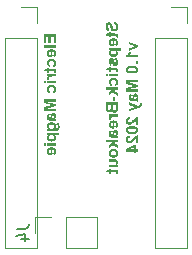
<source format=gbr>
%TF.GenerationSoftware,KiCad,Pcbnew,8.0.1*%
%TF.CreationDate,2024-05-19T22:49:14-04:00*%
%TF.ProjectId,stepstick-breakout,73746570-7374-4696-936b-2d627265616b,rev?*%
%TF.SameCoordinates,Original*%
%TF.FileFunction,Legend,Bot*%
%TF.FilePolarity,Positive*%
%FSLAX46Y46*%
G04 Gerber Fmt 4.6, Leading zero omitted, Abs format (unit mm)*
G04 Created by KiCad (PCBNEW 8.0.1) date 2024-05-19 22:49:14*
%MOMM*%
%LPD*%
G01*
G04 APERTURE LIST*
%ADD10C,0.254000*%
%ADD11C,0.150000*%
%ADD12C,0.120000*%
G04 APERTURE END LIST*
D10*
G36*
X105831640Y-60674343D02*
G01*
X104799332Y-60674343D01*
X104799332Y-61432939D01*
X104974031Y-61432939D01*
X104974031Y-60881052D01*
X105196374Y-60881052D01*
X105196374Y-61394724D01*
X105371072Y-61394724D01*
X105371072Y-60881052D01*
X105656941Y-60881052D01*
X105656941Y-61452543D01*
X105831640Y-61452543D01*
X105831640Y-60674343D01*
G37*
G36*
X105831640Y-61620790D02*
G01*
X104799332Y-61620790D01*
X104799332Y-61817077D01*
X105831640Y-61817077D01*
X105831640Y-61620790D01*
G37*
G36*
X105520329Y-61961344D02*
G01*
X105572795Y-61969065D01*
X105621528Y-61981933D01*
X105673663Y-62003451D01*
X105720716Y-62031975D01*
X105757247Y-62063438D01*
X105792911Y-62107686D01*
X105819659Y-62159018D01*
X105835138Y-62207207D01*
X105844425Y-62260314D01*
X105847521Y-62318341D01*
X105845004Y-62369796D01*
X105835962Y-62423804D01*
X105820344Y-62472694D01*
X105794913Y-62521577D01*
X105773400Y-62550564D01*
X105734783Y-62588287D01*
X105688550Y-62619100D01*
X105641060Y-62640689D01*
X105609296Y-62445146D01*
X105643018Y-62430885D01*
X105682005Y-62397501D01*
X105696625Y-62369681D01*
X105704586Y-62320326D01*
X105702824Y-62295707D01*
X105686915Y-62247753D01*
X105654460Y-62207170D01*
X105615248Y-62181081D01*
X105566535Y-62165255D01*
X105514007Y-62159773D01*
X105514007Y-62651111D01*
X105500007Y-62651277D01*
X105446280Y-62649988D01*
X105384236Y-62643982D01*
X105327875Y-62633093D01*
X105277197Y-62617320D01*
X105223884Y-62591948D01*
X105178755Y-62559544D01*
X105159198Y-62541018D01*
X105125854Y-62500288D01*
X105100206Y-62454655D01*
X105082252Y-62404120D01*
X105071992Y-62348681D01*
X105069944Y-62310400D01*
X105212255Y-62310400D01*
X105212648Y-62321501D01*
X105226388Y-62372228D01*
X105256922Y-62412390D01*
X105288707Y-62434700D01*
X105337469Y-62451171D01*
X105386953Y-62456313D01*
X105386953Y-62163247D01*
X105353272Y-62164964D01*
X105302993Y-62177410D01*
X105259156Y-62204440D01*
X105248163Y-62215270D01*
X105221232Y-62258608D01*
X105212255Y-62310400D01*
X105069944Y-62310400D01*
X105069320Y-62298737D01*
X105069730Y-62280512D01*
X105075881Y-62228232D01*
X105089412Y-62179546D01*
X105110323Y-62134454D01*
X105138616Y-62092956D01*
X105174288Y-62055053D01*
X105201724Y-62032487D01*
X105247590Y-62004279D01*
X105299108Y-61982841D01*
X105356280Y-61968173D01*
X105408241Y-61961121D01*
X105464128Y-61958771D01*
X105520329Y-61961344D01*
G37*
G36*
X105291664Y-63453383D02*
G01*
X105323427Y-63260073D01*
X105274975Y-63244130D01*
X105240296Y-63215654D01*
X105217623Y-63170333D01*
X105212255Y-63126072D01*
X105219863Y-63075321D01*
X105245273Y-63029714D01*
X105266352Y-63009193D01*
X105312135Y-62984327D01*
X105362375Y-62971660D01*
X105416689Y-62966201D01*
X105447254Y-62965518D01*
X105497205Y-62967071D01*
X105548138Y-62972808D01*
X105596663Y-62984541D01*
X105642794Y-63006972D01*
X105646519Y-63009689D01*
X105681904Y-63047261D01*
X105700957Y-63093347D01*
X105704586Y-63128802D01*
X105696583Y-63179548D01*
X105672575Y-63220121D01*
X105632135Y-63248987D01*
X105585101Y-63265405D01*
X105561652Y-63270496D01*
X105593415Y-63463061D01*
X105645513Y-63447288D01*
X105691721Y-63426243D01*
X105737319Y-63395736D01*
X105775224Y-63358343D01*
X105783498Y-63347919D01*
X105811508Y-63301732D01*
X105829452Y-63255364D01*
X105841269Y-63203439D01*
X105846958Y-63145956D01*
X105847521Y-63119620D01*
X105843901Y-63060980D01*
X105833039Y-63006963D01*
X105814937Y-62957571D01*
X105789593Y-62912802D01*
X105757009Y-62872657D01*
X105744539Y-62860302D01*
X105703053Y-62827497D01*
X105656019Y-62801479D01*
X105603436Y-62782248D01*
X105545305Y-62769805D01*
X105492623Y-62764620D01*
X105459165Y-62763772D01*
X105403541Y-62766141D01*
X105351903Y-62773247D01*
X105295200Y-62788029D01*
X105244237Y-62809632D01*
X105199014Y-62838058D01*
X105172055Y-62860799D01*
X105137141Y-62899592D01*
X105109451Y-62943200D01*
X105088984Y-62991625D01*
X105075741Y-63044865D01*
X105069722Y-63102920D01*
X105069320Y-63123342D01*
X105071957Y-63179863D01*
X105079865Y-63231087D01*
X105095359Y-63283145D01*
X105117739Y-63328285D01*
X105124410Y-63338489D01*
X105159812Y-63379882D01*
X105198927Y-63410711D01*
X105245238Y-63435926D01*
X105291664Y-63453383D01*
G37*
G36*
X105085202Y-63938021D02*
G01*
X105228137Y-63938021D01*
X105228137Y-63804020D01*
X105552222Y-63804020D01*
X105605773Y-63804383D01*
X105656020Y-63806292D01*
X105667116Y-63807742D01*
X105694164Y-63825361D01*
X105704586Y-63858365D01*
X105695672Y-63907392D01*
X105685727Y-63937277D01*
X105821713Y-63954151D01*
X105836407Y-63904953D01*
X105845001Y-63851533D01*
X105847521Y-63799305D01*
X105842930Y-63748806D01*
X105829158Y-63703519D01*
X105802036Y-63659200D01*
X105781761Y-63640985D01*
X105734784Y-63620165D01*
X105703097Y-63613440D01*
X105649931Y-63608787D01*
X105598493Y-63607454D01*
X105560907Y-63607236D01*
X105228137Y-63607236D01*
X105228137Y-63517157D01*
X105085202Y-63517157D01*
X105085202Y-63607236D01*
X104942267Y-63607236D01*
X104831096Y-63804020D01*
X105085202Y-63804020D01*
X105085202Y-63938021D01*
G37*
G36*
X105831640Y-64259376D02*
G01*
X105831640Y-64063337D01*
X105085202Y-64063337D01*
X105085202Y-64245480D01*
X105190666Y-64245480D01*
X105148999Y-64273717D01*
X105109831Y-64307671D01*
X105092647Y-64329355D01*
X105073170Y-64377438D01*
X105069320Y-64414471D01*
X105074974Y-64464023D01*
X105091933Y-64512180D01*
X105109521Y-64543509D01*
X105292160Y-64482712D01*
X105269005Y-64437765D01*
X105259900Y-64390648D01*
X105269518Y-64341926D01*
X105282234Y-64320670D01*
X105324206Y-64289748D01*
X105362883Y-64275754D01*
X105417905Y-64266430D01*
X105468644Y-64262511D01*
X105521870Y-64260400D01*
X105573088Y-64259520D01*
X105606815Y-64259376D01*
X105831640Y-64259376D01*
G37*
G36*
X104974031Y-64624406D02*
G01*
X104799332Y-64624406D01*
X104799332Y-64820693D01*
X104974031Y-64820693D01*
X104974031Y-64624406D01*
G37*
G36*
X105831640Y-64624406D02*
G01*
X105085202Y-64624406D01*
X105085202Y-64820693D01*
X105831640Y-64820693D01*
X105831640Y-64624406D01*
G37*
G36*
X105291664Y-65665895D02*
G01*
X105323427Y-65472585D01*
X105274975Y-65456642D01*
X105240296Y-65428166D01*
X105217623Y-65382845D01*
X105212255Y-65338584D01*
X105219863Y-65287833D01*
X105245273Y-65242225D01*
X105266352Y-65221705D01*
X105312135Y-65196839D01*
X105362375Y-65184172D01*
X105416689Y-65178713D01*
X105447254Y-65178030D01*
X105497205Y-65179583D01*
X105548138Y-65185320D01*
X105596663Y-65197053D01*
X105642794Y-65219484D01*
X105646519Y-65222201D01*
X105681904Y-65259773D01*
X105700957Y-65305859D01*
X105704586Y-65341313D01*
X105696583Y-65392060D01*
X105672575Y-65432633D01*
X105632135Y-65461499D01*
X105585101Y-65477917D01*
X105561652Y-65483008D01*
X105593415Y-65675573D01*
X105645513Y-65659800D01*
X105691721Y-65638755D01*
X105737319Y-65608248D01*
X105775224Y-65570855D01*
X105783498Y-65560431D01*
X105811508Y-65514244D01*
X105829452Y-65467876D01*
X105841269Y-65415951D01*
X105846958Y-65358468D01*
X105847521Y-65332132D01*
X105843901Y-65273492D01*
X105833039Y-65219475D01*
X105814937Y-65170083D01*
X105789593Y-65125314D01*
X105757009Y-65085169D01*
X105744539Y-65072814D01*
X105703053Y-65040009D01*
X105656019Y-65013991D01*
X105603436Y-64994760D01*
X105545305Y-64982317D01*
X105492623Y-64977132D01*
X105459165Y-64976284D01*
X105403541Y-64978653D01*
X105351903Y-64985759D01*
X105295200Y-65000540D01*
X105244237Y-65022144D01*
X105199014Y-65050570D01*
X105172055Y-65073311D01*
X105137141Y-65112104D01*
X105109451Y-65155712D01*
X105088984Y-65204137D01*
X105075741Y-65257377D01*
X105069722Y-65315432D01*
X105069320Y-65335854D01*
X105071957Y-65392375D01*
X105079865Y-65443599D01*
X105095359Y-65495656D01*
X105117739Y-65540797D01*
X105124410Y-65551001D01*
X105159812Y-65592394D01*
X105198927Y-65623223D01*
X105245238Y-65648438D01*
X105291664Y-65665895D01*
G37*
G36*
X105831640Y-66204382D02*
G01*
X104799332Y-66204382D01*
X104799332Y-66513578D01*
X105503584Y-66699194D01*
X104799332Y-66882826D01*
X104799332Y-67192518D01*
X105831640Y-67192518D01*
X105831640Y-67000697D01*
X105018946Y-67000697D01*
X105831640Y-66797462D01*
X105831640Y-66598693D01*
X105018946Y-66396202D01*
X105831640Y-66396202D01*
X105831640Y-66204382D01*
G37*
G36*
X105648539Y-67339214D02*
G01*
X105697832Y-67349076D01*
X105746386Y-67372282D01*
X105784491Y-67404191D01*
X105805911Y-67430645D01*
X105829732Y-67476706D01*
X105843582Y-67530422D01*
X105847521Y-67584596D01*
X105846640Y-67608698D01*
X105838685Y-67659003D01*
X105822458Y-67706686D01*
X105810282Y-67731433D01*
X105781242Y-67775626D01*
X105747020Y-67814384D01*
X105771091Y-67821332D01*
X105783169Y-67824737D01*
X105831640Y-67840191D01*
X105831640Y-68033997D01*
X105828312Y-68032400D01*
X105779962Y-68012284D01*
X105731635Y-67998760D01*
X105689387Y-67993013D01*
X105637907Y-67990076D01*
X105586715Y-67989330D01*
X105356431Y-67991563D01*
X105333038Y-67991332D01*
X105277588Y-67988455D01*
X105227257Y-67981288D01*
X105179996Y-67965259D01*
X105162536Y-67954145D01*
X105126411Y-67917762D01*
X105100587Y-67874932D01*
X105086908Y-67838718D01*
X105076191Y-67787929D01*
X105070817Y-67733851D01*
X105069320Y-67679638D01*
X105069518Y-67661862D01*
X105072484Y-67611862D01*
X105080444Y-67559835D01*
X105095472Y-67508693D01*
X105119943Y-67461761D01*
X105140846Y-67435828D01*
X105179398Y-67402620D01*
X105226586Y-67376243D01*
X105275782Y-67358531D01*
X105307545Y-67536455D01*
X105272219Y-67551611D01*
X105233348Y-67583852D01*
X105218929Y-67614060D01*
X105212255Y-67665741D01*
X105212279Y-67670532D01*
X105216958Y-67723987D01*
X105236822Y-67770957D01*
X105269702Y-67791988D01*
X105319208Y-67798998D01*
X105339308Y-67798998D01*
X105482243Y-67798998D01*
X105519218Y-67798998D01*
X105560179Y-67798089D01*
X105610041Y-67791306D01*
X105635678Y-67779511D01*
X105671582Y-67744653D01*
X105673613Y-67741640D01*
X105696335Y-67695271D01*
X105704586Y-67643408D01*
X105700608Y-67610198D01*
X105676297Y-67565240D01*
X105657419Y-67549014D01*
X105608552Y-67534470D01*
X105580728Y-67539879D01*
X105543040Y-67572933D01*
X105538065Y-67582147D01*
X105521982Y-67630195D01*
X105510781Y-67679638D01*
X105506698Y-67699362D01*
X105495333Y-67750299D01*
X105482243Y-67798998D01*
X105339308Y-67798998D01*
X105350832Y-67767173D01*
X105364352Y-67718763D01*
X105376864Y-67664527D01*
X105388194Y-67608419D01*
X105389441Y-67602091D01*
X105401256Y-67549352D01*
X105415626Y-67499639D01*
X105434598Y-67452332D01*
X105441605Y-67439184D01*
X105471929Y-67399089D01*
X105511277Y-67368209D01*
X105527203Y-67359559D01*
X105575406Y-67343138D01*
X105624930Y-67338182D01*
X105648539Y-67339214D01*
G37*
G36*
X105500188Y-68138652D02*
G01*
X105551625Y-68145073D01*
X105607291Y-68158650D01*
X105658278Y-68178782D01*
X105704586Y-68205469D01*
X105719972Y-68216600D01*
X105760172Y-68252913D01*
X105791439Y-68293604D01*
X105813773Y-68338676D01*
X105827173Y-68388127D01*
X105831640Y-68441957D01*
X105828968Y-68482712D01*
X105816250Y-68536002D01*
X105793060Y-68584899D01*
X105759396Y-68629403D01*
X105722205Y-68664052D01*
X105829406Y-68664052D01*
X105869266Y-68662967D01*
X105918492Y-68654870D01*
X105930578Y-68649493D01*
X105967626Y-68615911D01*
X105974203Y-68602958D01*
X105987246Y-68552904D01*
X105990456Y-68500769D01*
X105987943Y-68460231D01*
X105972589Y-68412675D01*
X105970957Y-68410219D01*
X105926929Y-68386867D01*
X105895166Y-68162787D01*
X105917500Y-68162291D01*
X105934799Y-68162982D01*
X105988307Y-68175274D01*
X106035417Y-68202929D01*
X106072346Y-68240955D01*
X106076101Y-68245994D01*
X106101855Y-68293999D01*
X106118130Y-68347225D01*
X106127429Y-68401184D01*
X106131900Y-68452027D01*
X106133391Y-68508213D01*
X106133308Y-68520578D01*
X106130898Y-68572861D01*
X106124307Y-68624508D01*
X106112298Y-68673482D01*
X106106773Y-68689386D01*
X106085335Y-68735400D01*
X106053983Y-68777705D01*
X106041666Y-68789527D01*
X105999895Y-68818053D01*
X105951496Y-68838502D01*
X105914692Y-68847947D01*
X105863314Y-68855347D01*
X105808779Y-68859058D01*
X105754216Y-68860091D01*
X105085202Y-68860091D01*
X105085202Y-68676459D01*
X105184214Y-68676459D01*
X105151115Y-68647367D01*
X105114201Y-68602689D01*
X105088282Y-68553403D01*
X105073502Y-68500024D01*
X105212255Y-68500024D01*
X105215962Y-68534688D01*
X105235422Y-68580809D01*
X105271563Y-68619881D01*
X105305033Y-68640726D01*
X105352103Y-68657057D01*
X105402315Y-68665246D01*
X105452713Y-68667526D01*
X105487839Y-68666314D01*
X105538217Y-68659335D01*
X105586328Y-68644068D01*
X105629149Y-68617896D01*
X105655204Y-68591700D01*
X105680330Y-68547231D01*
X105688705Y-68496550D01*
X105685926Y-68468247D01*
X105666022Y-68421039D01*
X105630637Y-68383641D01*
X105597416Y-68363665D01*
X105550032Y-68348014D01*
X105499013Y-68340167D01*
X105447502Y-68337982D01*
X105418678Y-68338695D01*
X105366752Y-68344403D01*
X105317457Y-68357646D01*
X105270323Y-68383641D01*
X105247697Y-68404902D01*
X105220421Y-68450623D01*
X105212255Y-68500024D01*
X105073502Y-68500024D01*
X105073360Y-68499510D01*
X105069320Y-68449650D01*
X105070868Y-68417014D01*
X105081020Y-68363167D01*
X105100649Y-68313476D01*
X105129753Y-68267941D01*
X105168333Y-68226562D01*
X105194466Y-68205566D01*
X105238842Y-68179321D01*
X105289430Y-68159375D01*
X105346230Y-68145728D01*
X105398307Y-68139167D01*
X105454699Y-68136980D01*
X105500188Y-68138652D01*
G37*
G36*
X106117509Y-69240010D02*
G01*
X105739327Y-69240010D01*
X105760347Y-69260485D01*
X105795057Y-69300336D01*
X105823202Y-69344977D01*
X105827548Y-69354474D01*
X105842866Y-69404903D01*
X105847521Y-69456397D01*
X105845001Y-69495854D01*
X105833004Y-69547918D01*
X105811128Y-69596278D01*
X105779373Y-69640932D01*
X105744290Y-69676259D01*
X105717122Y-69697545D01*
X105671498Y-69724154D01*
X105620029Y-69744376D01*
X105562715Y-69758212D01*
X105510488Y-69764864D01*
X105454202Y-69767082D01*
X105420848Y-69766290D01*
X105368389Y-69761452D01*
X105310603Y-69749840D01*
X105258454Y-69731895D01*
X105211940Y-69707616D01*
X105171062Y-69677003D01*
X105147217Y-69653875D01*
X105113137Y-69610470D01*
X105088794Y-69563337D01*
X105074189Y-69512476D01*
X105069320Y-69457886D01*
X105071476Y-69421734D01*
X105075227Y-69404782D01*
X105212255Y-69404782D01*
X105215129Y-69433894D01*
X105235713Y-69482290D01*
X105272308Y-69520420D01*
X105306211Y-69540939D01*
X105353919Y-69557015D01*
X105404828Y-69565076D01*
X105455939Y-69567320D01*
X105495532Y-69566212D01*
X105551319Y-69559826D01*
X105602957Y-69545856D01*
X105646519Y-69521909D01*
X105666253Y-69504153D01*
X105695003Y-69460054D01*
X105704586Y-69408256D01*
X105699581Y-69369903D01*
X105677335Y-69324078D01*
X105641308Y-69287406D01*
X105605342Y-69265802D01*
X105554535Y-69248875D01*
X105500178Y-69240387D01*
X105445517Y-69238024D01*
X105417495Y-69238765D01*
X105366780Y-69244690D01*
X105318215Y-69258437D01*
X105271067Y-69285421D01*
X105245337Y-69310655D01*
X105220526Y-69354264D01*
X105212255Y-69404782D01*
X105075227Y-69404782D01*
X105082794Y-69370587D01*
X105103813Y-69323140D01*
X105119925Y-69297753D01*
X105152297Y-69259867D01*
X105194140Y-69226858D01*
X105085202Y-69226858D01*
X105085202Y-69043971D01*
X106117509Y-69043971D01*
X106117509Y-69240010D01*
G37*
G36*
X104974031Y-69917957D02*
G01*
X104799332Y-69917957D01*
X104799332Y-70114245D01*
X104974031Y-70114245D01*
X104974031Y-69917957D01*
G37*
G36*
X105831640Y-69917957D02*
G01*
X105085202Y-69917957D01*
X105085202Y-70114245D01*
X105831640Y-70114245D01*
X105831640Y-69917957D01*
G37*
G36*
X105520329Y-70258512D02*
G01*
X105572795Y-70266233D01*
X105621528Y-70279101D01*
X105673663Y-70300619D01*
X105720716Y-70329143D01*
X105757247Y-70360606D01*
X105792911Y-70404854D01*
X105819659Y-70456186D01*
X105835138Y-70504374D01*
X105844425Y-70557482D01*
X105847521Y-70615509D01*
X105845004Y-70666964D01*
X105835962Y-70720972D01*
X105820344Y-70769862D01*
X105794913Y-70818745D01*
X105773400Y-70847732D01*
X105734783Y-70885455D01*
X105688550Y-70916268D01*
X105641060Y-70937857D01*
X105609296Y-70742314D01*
X105643018Y-70728053D01*
X105682005Y-70694669D01*
X105696625Y-70666848D01*
X105704586Y-70617494D01*
X105702824Y-70592875D01*
X105686915Y-70544920D01*
X105654460Y-70504338D01*
X105615248Y-70478249D01*
X105566535Y-70462422D01*
X105514007Y-70456941D01*
X105514007Y-70948279D01*
X105500007Y-70948445D01*
X105446280Y-70947156D01*
X105384236Y-70941150D01*
X105327875Y-70930260D01*
X105277197Y-70914488D01*
X105223884Y-70889116D01*
X105178755Y-70856712D01*
X105159198Y-70838185D01*
X105125854Y-70797456D01*
X105100206Y-70751823D01*
X105082252Y-70701288D01*
X105071992Y-70645849D01*
X105069944Y-70607568D01*
X105212255Y-70607568D01*
X105212648Y-70618669D01*
X105226388Y-70669396D01*
X105256922Y-70709558D01*
X105288707Y-70731868D01*
X105337469Y-70748339D01*
X105386953Y-70753481D01*
X105386953Y-70460415D01*
X105353272Y-70462132D01*
X105302993Y-70474578D01*
X105259156Y-70501608D01*
X105248163Y-70512437D01*
X105221232Y-70555776D01*
X105212255Y-70607568D01*
X105069944Y-70607568D01*
X105069320Y-70595905D01*
X105069730Y-70577680D01*
X105075881Y-70525399D01*
X105089412Y-70476713D01*
X105110323Y-70431622D01*
X105138616Y-70390124D01*
X105174288Y-70352221D01*
X105201724Y-70329655D01*
X105247590Y-70301447D01*
X105299108Y-70280009D01*
X105356280Y-70265341D01*
X105408241Y-70258289D01*
X105464128Y-70255939D01*
X105520329Y-70258512D01*
G37*
G36*
X110740685Y-59611904D02*
G01*
X110724803Y-59812906D01*
X110775957Y-59826040D01*
X110823125Y-59847540D01*
X110863254Y-59879587D01*
X110869227Y-59886359D01*
X110895505Y-59929148D01*
X110910876Y-59981086D01*
X110915383Y-60036242D01*
X110912105Y-60088468D01*
X110900773Y-60137381D01*
X110876491Y-60183409D01*
X110873942Y-60186621D01*
X110834804Y-60221226D01*
X110786967Y-60236799D01*
X110776667Y-60237244D01*
X110727346Y-60224218D01*
X110715870Y-60215903D01*
X110685753Y-60174320D01*
X110672195Y-60141706D01*
X110657010Y-60092071D01*
X110643134Y-60041452D01*
X110630116Y-59991957D01*
X110626039Y-59976189D01*
X110612330Y-59926727D01*
X110594696Y-59873755D01*
X110575771Y-59827744D01*
X110552059Y-59782864D01*
X110522809Y-59743176D01*
X110483669Y-59706433D01*
X110440943Y-59678715D01*
X110394631Y-59660021D01*
X110344733Y-59650352D01*
X110314610Y-59648878D01*
X110261560Y-59654098D01*
X110210915Y-59669756D01*
X110166960Y-59693049D01*
X110127067Y-59724616D01*
X110093620Y-59763791D01*
X110066619Y-59810577D01*
X110061993Y-59820847D01*
X110044599Y-59870596D01*
X110033917Y-59919365D01*
X110027733Y-59972415D01*
X110026011Y-60022345D01*
X110028125Y-60080195D01*
X110034468Y-60133393D01*
X110045040Y-60181937D01*
X110063308Y-60234049D01*
X110087666Y-60279460D01*
X110112615Y-60312185D01*
X110153272Y-60350422D01*
X110199461Y-60379801D01*
X110251185Y-60400322D01*
X110299923Y-60410861D01*
X110343644Y-60414671D01*
X110343644Y-60207962D01*
X110292544Y-60193806D01*
X110248188Y-60166440D01*
X110234209Y-60151135D01*
X110211309Y-60104561D01*
X110201887Y-60051332D01*
X110200709Y-60020112D01*
X110204247Y-59967748D01*
X110216312Y-59918881D01*
X110236939Y-59879162D01*
X110278675Y-59848997D01*
X110299473Y-59846406D01*
X110346978Y-59863715D01*
X110360270Y-59877177D01*
X110385128Y-59922135D01*
X110402436Y-59969594D01*
X110418064Y-60022596D01*
X110429504Y-60067012D01*
X110443329Y-60120825D01*
X110457258Y-60169107D01*
X110473641Y-60218445D01*
X110492540Y-60265613D01*
X110504445Y-60290100D01*
X110531068Y-60332155D01*
X110566679Y-60371305D01*
X110608917Y-60403008D01*
X110658133Y-60426320D01*
X110709237Y-60439115D01*
X110760410Y-60443793D01*
X110772448Y-60443953D01*
X110826571Y-60439179D01*
X110878513Y-60424857D01*
X110928274Y-60400987D01*
X110937965Y-60395068D01*
X110978235Y-60364370D01*
X111012224Y-60327273D01*
X111039931Y-60283777D01*
X111052610Y-60256848D01*
X111069004Y-60209435D01*
X111080713Y-60156533D01*
X111087117Y-60105739D01*
X111089935Y-60050742D01*
X111090081Y-60034256D01*
X111087906Y-59975814D01*
X111081381Y-59921769D01*
X111070507Y-59872124D01*
X111051715Y-59818354D01*
X111026659Y-59770919D01*
X111000995Y-59736227D01*
X110964624Y-59700177D01*
X110922513Y-59670006D01*
X110874662Y-59645715D01*
X110821070Y-59627305D01*
X110772025Y-59616454D01*
X110740685Y-59611904D01*
G37*
G36*
X110327762Y-60950677D02*
G01*
X110470697Y-60950677D01*
X110470697Y-60816676D01*
X110794782Y-60816676D01*
X110848333Y-60817039D01*
X110898580Y-60818948D01*
X110909676Y-60820398D01*
X110936724Y-60838017D01*
X110947146Y-60871021D01*
X110938232Y-60920048D01*
X110928287Y-60949933D01*
X111064273Y-60966807D01*
X111078967Y-60917609D01*
X111087561Y-60864189D01*
X111090081Y-60811961D01*
X111085490Y-60761462D01*
X111071718Y-60716175D01*
X111044596Y-60671856D01*
X111024321Y-60653641D01*
X110977344Y-60632821D01*
X110945657Y-60626096D01*
X110892491Y-60621443D01*
X110841053Y-60620110D01*
X110803467Y-60619892D01*
X110470697Y-60619892D01*
X110470697Y-60529813D01*
X110327762Y-60529813D01*
X110327762Y-60619892D01*
X110184827Y-60619892D01*
X110073656Y-60816676D01*
X110327762Y-60816676D01*
X110327762Y-60950677D01*
G37*
G36*
X110762889Y-61029681D02*
G01*
X110815355Y-61037402D01*
X110864088Y-61050270D01*
X110916223Y-61071788D01*
X110963276Y-61100312D01*
X110999807Y-61131774D01*
X111035471Y-61176023D01*
X111062219Y-61227355D01*
X111077698Y-61275543D01*
X111086985Y-61328651D01*
X111090081Y-61386678D01*
X111087564Y-61438133D01*
X111078522Y-61492141D01*
X111062904Y-61541030D01*
X111037473Y-61589913D01*
X111015960Y-61618900D01*
X110977343Y-61656623D01*
X110931110Y-61687437D01*
X110883620Y-61709026D01*
X110851856Y-61513483D01*
X110885578Y-61499222D01*
X110924565Y-61465838D01*
X110939185Y-61438017D01*
X110947146Y-61388663D01*
X110945384Y-61364044D01*
X110929475Y-61316089D01*
X110897020Y-61275506D01*
X110857808Y-61249417D01*
X110809095Y-61233591D01*
X110756567Y-61228110D01*
X110756567Y-61719448D01*
X110742567Y-61719614D01*
X110688840Y-61718325D01*
X110626796Y-61712319D01*
X110570435Y-61701429D01*
X110519757Y-61685657D01*
X110466444Y-61660284D01*
X110421315Y-61627880D01*
X110401758Y-61609354D01*
X110368414Y-61568624D01*
X110342766Y-61522992D01*
X110324812Y-61472456D01*
X110314552Y-61417018D01*
X110312504Y-61378737D01*
X110454815Y-61378737D01*
X110455208Y-61389838D01*
X110468948Y-61440564D01*
X110499482Y-61480727D01*
X110531267Y-61503036D01*
X110580029Y-61519507D01*
X110629513Y-61524650D01*
X110629513Y-61231584D01*
X110595832Y-61233300D01*
X110545553Y-61245747D01*
X110501716Y-61272777D01*
X110490723Y-61283606D01*
X110463792Y-61326944D01*
X110454815Y-61378737D01*
X110312504Y-61378737D01*
X110311880Y-61367074D01*
X110312290Y-61348848D01*
X110318441Y-61296568D01*
X110331972Y-61247882D01*
X110352883Y-61202790D01*
X110381176Y-61161293D01*
X110416848Y-61123390D01*
X110444284Y-61100824D01*
X110490150Y-61072616D01*
X110541668Y-61051178D01*
X110598840Y-61036510D01*
X110650801Y-61029458D01*
X110706688Y-61027107D01*
X110762889Y-61029681D01*
G37*
G36*
X111360069Y-62065866D02*
G01*
X110981887Y-62065866D01*
X111002907Y-62086342D01*
X111037617Y-62126193D01*
X111065762Y-62170834D01*
X111070108Y-62180331D01*
X111085426Y-62230760D01*
X111090081Y-62282254D01*
X111087561Y-62321711D01*
X111075564Y-62373775D01*
X111053688Y-62422134D01*
X111021933Y-62466789D01*
X110986850Y-62502115D01*
X110959682Y-62523402D01*
X110914058Y-62550010D01*
X110862589Y-62570233D01*
X110805275Y-62584069D01*
X110753048Y-62590721D01*
X110696762Y-62592939D01*
X110663408Y-62592147D01*
X110610949Y-62587309D01*
X110553163Y-62575697D01*
X110501014Y-62557752D01*
X110454500Y-62533473D01*
X110413622Y-62502860D01*
X110389777Y-62479731D01*
X110355697Y-62436327D01*
X110331354Y-62389194D01*
X110316749Y-62338333D01*
X110311880Y-62283743D01*
X110314036Y-62247590D01*
X110317787Y-62230639D01*
X110454815Y-62230639D01*
X110457689Y-62259751D01*
X110478273Y-62308147D01*
X110514868Y-62346277D01*
X110548771Y-62366796D01*
X110596479Y-62382872D01*
X110647388Y-62390933D01*
X110698499Y-62393177D01*
X110738092Y-62392069D01*
X110793879Y-62385683D01*
X110845517Y-62371713D01*
X110889079Y-62347766D01*
X110908813Y-62330009D01*
X110937563Y-62285911D01*
X110947146Y-62234113D01*
X110942141Y-62195760D01*
X110919895Y-62149935D01*
X110883868Y-62113263D01*
X110847902Y-62091659D01*
X110797095Y-62074732D01*
X110742738Y-62066244D01*
X110688077Y-62063881D01*
X110660055Y-62064622D01*
X110609340Y-62070546D01*
X110560775Y-62084293D01*
X110513627Y-62111278D01*
X110487897Y-62136512D01*
X110463086Y-62180120D01*
X110454815Y-62230639D01*
X110317787Y-62230639D01*
X110325354Y-62196444D01*
X110346373Y-62148997D01*
X110362485Y-62123609D01*
X110394857Y-62085724D01*
X110436700Y-62052714D01*
X110327762Y-62052714D01*
X110327762Y-61869827D01*
X111360069Y-61869827D01*
X111360069Y-62065866D01*
G37*
G36*
X110867738Y-62674828D02*
G01*
X110835975Y-62871612D01*
X110883992Y-62890657D01*
X110918857Y-62922483D01*
X110940074Y-62968639D01*
X110947036Y-63021646D01*
X110947146Y-63030180D01*
X110943203Y-63081861D01*
X110927184Y-63131643D01*
X110919105Y-63144578D01*
X110874783Y-63169982D01*
X110866745Y-63170385D01*
X110829771Y-63156489D01*
X110808500Y-63108616D01*
X110803963Y-63090729D01*
X110791013Y-63034135D01*
X110778342Y-62982970D01*
X110762895Y-62926646D01*
X110747885Y-62878804D01*
X110727604Y-62826075D01*
X110708177Y-62789970D01*
X110675080Y-62751538D01*
X110630801Y-62721427D01*
X110579063Y-62705213D01*
X110540427Y-62702125D01*
X110488443Y-62708131D01*
X110441366Y-62726151D01*
X110399196Y-62756183D01*
X110377889Y-62778059D01*
X110349010Y-62821377D01*
X110330510Y-62867855D01*
X110318327Y-62922336D01*
X110312912Y-62975405D01*
X110311880Y-63014050D01*
X110313712Y-63068346D01*
X110320481Y-63124744D01*
X110332237Y-63173662D01*
X110351778Y-63220407D01*
X110363992Y-63240116D01*
X110397270Y-63278181D01*
X110438478Y-63308905D01*
X110487616Y-63332287D01*
X110518342Y-63342106D01*
X110550105Y-63156985D01*
X110502906Y-63135317D01*
X110479382Y-63111822D01*
X110459518Y-63065741D01*
X110454815Y-63017525D01*
X110457851Y-62965634D01*
X110471344Y-62915663D01*
X110476404Y-62906601D01*
X110516357Y-62884268D01*
X110551842Y-62903871D01*
X110572083Y-62951993D01*
X110586421Y-63001841D01*
X110600622Y-63058790D01*
X110607180Y-63087007D01*
X110621063Y-63142410D01*
X110636097Y-63191183D01*
X110655093Y-63239706D01*
X110678721Y-63284109D01*
X110694529Y-63305876D01*
X110735452Y-63340772D01*
X110786228Y-63361183D01*
X110840938Y-63367169D01*
X110896069Y-63360436D01*
X110946726Y-63340238D01*
X110987996Y-63310979D01*
X111016629Y-63282053D01*
X111045249Y-63240908D01*
X111066840Y-63191950D01*
X111079752Y-63143767D01*
X111087499Y-63089844D01*
X111090081Y-63030180D01*
X111087979Y-62975547D01*
X111081671Y-62925364D01*
X111068998Y-62872439D01*
X111050601Y-62825571D01*
X111030277Y-62790218D01*
X110997692Y-62749971D01*
X110959740Y-62717324D01*
X110916422Y-62692276D01*
X110867738Y-62674828D01*
G37*
G36*
X110327762Y-63874885D02*
G01*
X110470697Y-63874885D01*
X110470697Y-63740884D01*
X110794782Y-63740884D01*
X110848333Y-63741247D01*
X110898580Y-63743156D01*
X110909676Y-63744606D01*
X110936724Y-63762225D01*
X110947146Y-63795229D01*
X110938232Y-63844256D01*
X110928287Y-63874141D01*
X111064273Y-63891015D01*
X111078967Y-63841817D01*
X111087561Y-63788397D01*
X111090081Y-63736169D01*
X111085490Y-63685670D01*
X111071718Y-63640383D01*
X111044596Y-63596065D01*
X111024321Y-63577849D01*
X110977344Y-63557030D01*
X110945657Y-63550304D01*
X110892491Y-63545651D01*
X110841053Y-63544318D01*
X110803467Y-63544100D01*
X110470697Y-63544100D01*
X110470697Y-63454022D01*
X110327762Y-63454022D01*
X110327762Y-63544100D01*
X110184827Y-63544100D01*
X110073656Y-63740884D01*
X110327762Y-63740884D01*
X110327762Y-63874885D01*
G37*
G36*
X110216591Y-64008390D02*
G01*
X110041892Y-64008390D01*
X110041892Y-64204678D01*
X110216591Y-64204678D01*
X110216591Y-64008390D01*
G37*
G36*
X111074200Y-64008390D02*
G01*
X110327762Y-64008390D01*
X110327762Y-64204678D01*
X111074200Y-64204678D01*
X111074200Y-64008390D01*
G37*
G36*
X110534224Y-65049879D02*
G01*
X110565987Y-64856570D01*
X110517535Y-64840626D01*
X110482856Y-64812151D01*
X110460183Y-64766829D01*
X110454815Y-64722568D01*
X110462423Y-64671817D01*
X110487833Y-64626210D01*
X110508912Y-64605689D01*
X110554695Y-64580824D01*
X110604935Y-64568156D01*
X110659249Y-64562697D01*
X110689814Y-64562015D01*
X110739765Y-64563568D01*
X110790698Y-64569305D01*
X110839223Y-64581037D01*
X110885354Y-64603468D01*
X110889079Y-64606185D01*
X110924464Y-64643757D01*
X110943517Y-64689843D01*
X110947146Y-64725298D01*
X110939143Y-64776045D01*
X110915135Y-64816617D01*
X110874695Y-64845483D01*
X110827661Y-64861902D01*
X110804212Y-64866992D01*
X110835975Y-65059557D01*
X110888073Y-65043784D01*
X110934281Y-65022739D01*
X110979879Y-64992232D01*
X111017784Y-64954839D01*
X111026058Y-64944415D01*
X111054068Y-64898228D01*
X111072012Y-64851860D01*
X111083829Y-64799935D01*
X111089518Y-64742453D01*
X111090081Y-64716116D01*
X111086461Y-64657476D01*
X111075599Y-64603460D01*
X111057497Y-64554067D01*
X111032153Y-64509298D01*
X110999569Y-64469153D01*
X110987099Y-64456799D01*
X110945613Y-64423993D01*
X110898579Y-64397975D01*
X110845996Y-64378745D01*
X110787865Y-64366301D01*
X110735183Y-64361117D01*
X110701725Y-64360268D01*
X110646101Y-64362637D01*
X110594463Y-64369743D01*
X110537760Y-64384525D01*
X110486797Y-64406129D01*
X110441574Y-64434554D01*
X110414615Y-64457295D01*
X110379701Y-64496088D01*
X110352011Y-64539697D01*
X110331544Y-64588121D01*
X110318301Y-64641361D01*
X110312282Y-64699417D01*
X110311880Y-64719839D01*
X110314517Y-64776359D01*
X110322425Y-64827583D01*
X110337919Y-64879641D01*
X110360299Y-64924781D01*
X110366970Y-64934985D01*
X110402372Y-64976379D01*
X110441487Y-65007208D01*
X110487798Y-65032422D01*
X110534224Y-65049879D01*
G37*
G36*
X111074200Y-65187603D02*
G01*
X110041892Y-65187603D01*
X110041892Y-65383890D01*
X110590554Y-65383890D01*
X110327762Y-65613429D01*
X110327762Y-65854880D01*
X110600728Y-65601518D01*
X111074200Y-65872995D01*
X111074200Y-65661571D01*
X110737459Y-65475209D01*
X110835230Y-65383890D01*
X111074200Y-65383890D01*
X111074200Y-65187603D01*
G37*
G36*
X110804212Y-65963322D02*
G01*
X110629513Y-65963322D01*
X110629513Y-66348700D01*
X110804212Y-66348700D01*
X110804212Y-65963322D01*
G37*
G36*
X111074200Y-66809764D02*
G01*
X111073885Y-66845518D01*
X111073207Y-66899408D01*
X111072137Y-66954672D01*
X111070535Y-67006180D01*
X111067251Y-67058907D01*
X111059692Y-67103169D01*
X111043948Y-67151615D01*
X111018614Y-67197375D01*
X110997226Y-67223943D01*
X110958922Y-67258269D01*
X110913150Y-67285965D01*
X110879789Y-67300187D01*
X110828875Y-67313902D01*
X110776915Y-67318473D01*
X110765900Y-67318276D01*
X110713532Y-67311389D01*
X110665671Y-67294663D01*
X110622317Y-67268098D01*
X110610325Y-67258318D01*
X110575235Y-67220204D01*
X110547657Y-67173608D01*
X110529260Y-67124419D01*
X110512092Y-67155826D01*
X110479184Y-67196480D01*
X110437693Y-67229387D01*
X110406426Y-67246323D01*
X110356734Y-67262655D01*
X110303691Y-67268098D01*
X110278851Y-67266990D01*
X110228263Y-67256988D01*
X110182098Y-67236583D01*
X110168853Y-67228518D01*
X110127869Y-67196383D01*
X110095245Y-67158168D01*
X110087409Y-67146183D01*
X110065539Y-67101121D01*
X110052315Y-67051215D01*
X110048254Y-67022202D01*
X110044183Y-66970498D01*
X110042391Y-66920445D01*
X110041892Y-66870313D01*
X110041892Y-66667822D01*
X110216591Y-66667822D01*
X110216591Y-66786438D01*
X110216594Y-66795445D01*
X110216808Y-66852198D01*
X110217571Y-66908974D01*
X110220065Y-66963121D01*
X110228184Y-66998238D01*
X110256295Y-67040792D01*
X110283479Y-67057823D01*
X110333966Y-67067096D01*
X110371298Y-67062059D01*
X110414367Y-67036574D01*
X110437693Y-67003175D01*
X110451341Y-66953195D01*
X110453716Y-66910094D01*
X110454598Y-66857905D01*
X110454815Y-66803312D01*
X110454815Y-66667822D01*
X110629513Y-66667822D01*
X110629513Y-66834579D01*
X110629642Y-66860183D01*
X110630943Y-66913159D01*
X110634675Y-66967346D01*
X110644154Y-67017962D01*
X110656102Y-67044619D01*
X110690310Y-67082482D01*
X110718210Y-67096942D01*
X110767237Y-67104815D01*
X110807385Y-67100024D01*
X110853097Y-67075782D01*
X110875175Y-67049527D01*
X110893298Y-67000840D01*
X110897314Y-66962970D01*
X110899114Y-66909877D01*
X110899501Y-66859146D01*
X110899501Y-66667822D01*
X110629513Y-66667822D01*
X110454815Y-66667822D01*
X110216591Y-66667822D01*
X110041892Y-66667822D01*
X110041892Y-66461360D01*
X111074200Y-66461360D01*
X111074200Y-66809764D01*
G37*
G36*
X111074200Y-67673329D02*
G01*
X111074200Y-67477289D01*
X110327762Y-67477289D01*
X110327762Y-67659432D01*
X110433226Y-67659432D01*
X110391559Y-67687669D01*
X110352391Y-67721623D01*
X110335207Y-67743307D01*
X110315730Y-67791390D01*
X110311880Y-67828423D01*
X110317534Y-67877975D01*
X110334493Y-67926132D01*
X110352081Y-67957461D01*
X110534720Y-67896664D01*
X110511565Y-67851717D01*
X110502460Y-67804600D01*
X110512078Y-67755878D01*
X110524794Y-67734622D01*
X110566766Y-67703700D01*
X110605443Y-67689707D01*
X110660465Y-67680382D01*
X110711204Y-67676463D01*
X110764430Y-67674352D01*
X110815648Y-67673473D01*
X110849375Y-67673329D01*
X111074200Y-67673329D01*
G37*
G36*
X110762889Y-67983857D02*
G01*
X110815355Y-67991578D01*
X110864088Y-68004446D01*
X110916223Y-68025964D01*
X110963276Y-68054488D01*
X110999807Y-68085950D01*
X111035471Y-68130199D01*
X111062219Y-68181531D01*
X111077698Y-68229719D01*
X111086985Y-68282827D01*
X111090081Y-68340854D01*
X111087564Y-68392309D01*
X111078522Y-68446317D01*
X111062904Y-68495206D01*
X111037473Y-68544089D01*
X111015960Y-68573077D01*
X110977343Y-68610799D01*
X110931110Y-68641613D01*
X110883620Y-68663202D01*
X110851856Y-68467659D01*
X110885578Y-68453398D01*
X110924565Y-68420014D01*
X110939185Y-68392193D01*
X110947146Y-68342839D01*
X110945384Y-68318220D01*
X110929475Y-68270265D01*
X110897020Y-68229682D01*
X110857808Y-68203593D01*
X110809095Y-68187767D01*
X110756567Y-68182286D01*
X110756567Y-68673624D01*
X110742567Y-68673790D01*
X110688840Y-68672501D01*
X110626796Y-68666495D01*
X110570435Y-68655605D01*
X110519757Y-68639833D01*
X110466444Y-68614461D01*
X110421315Y-68582057D01*
X110401758Y-68563530D01*
X110368414Y-68522801D01*
X110342766Y-68477168D01*
X110324812Y-68426633D01*
X110314552Y-68371194D01*
X110312504Y-68332913D01*
X110454815Y-68332913D01*
X110455208Y-68344014D01*
X110468948Y-68394741D01*
X110499482Y-68434903D01*
X110531267Y-68457212D01*
X110580029Y-68473683D01*
X110629513Y-68478826D01*
X110629513Y-68185760D01*
X110595832Y-68187477D01*
X110545553Y-68199923D01*
X110501716Y-68226953D01*
X110490723Y-68237782D01*
X110463792Y-68281120D01*
X110454815Y-68332913D01*
X110312504Y-68332913D01*
X110311880Y-68321250D01*
X110312290Y-68303025D01*
X110318441Y-68250744D01*
X110331972Y-68202058D01*
X110352883Y-68156967D01*
X110381176Y-68115469D01*
X110416848Y-68077566D01*
X110444284Y-68055000D01*
X110490150Y-68026792D01*
X110541668Y-68005354D01*
X110598840Y-67990686D01*
X110650801Y-67983634D01*
X110706688Y-67981284D01*
X110762889Y-67983857D01*
G37*
G36*
X110891099Y-68778879D02*
G01*
X110940392Y-68788741D01*
X110988946Y-68811947D01*
X111027051Y-68843856D01*
X111048471Y-68870310D01*
X111072292Y-68916371D01*
X111086142Y-68970087D01*
X111090081Y-69024261D01*
X111089200Y-69048363D01*
X111081245Y-69098668D01*
X111065018Y-69146351D01*
X111052842Y-69171098D01*
X111023802Y-69215291D01*
X110989580Y-69254049D01*
X111013651Y-69260997D01*
X111025729Y-69264402D01*
X111074200Y-69279856D01*
X111074200Y-69473662D01*
X111070872Y-69472065D01*
X111022522Y-69451949D01*
X110974195Y-69438425D01*
X110931947Y-69432678D01*
X110880467Y-69429741D01*
X110829275Y-69428995D01*
X110598991Y-69431228D01*
X110575598Y-69430997D01*
X110520148Y-69428120D01*
X110469817Y-69420953D01*
X110422556Y-69404924D01*
X110405096Y-69393810D01*
X110368971Y-69357427D01*
X110343147Y-69314598D01*
X110329468Y-69278383D01*
X110318751Y-69227594D01*
X110313377Y-69173516D01*
X110311880Y-69119303D01*
X110312078Y-69101527D01*
X110315044Y-69051527D01*
X110323004Y-68999500D01*
X110338032Y-68948358D01*
X110362503Y-68901427D01*
X110383406Y-68875493D01*
X110421958Y-68842285D01*
X110469146Y-68815908D01*
X110518342Y-68798196D01*
X110550105Y-68976120D01*
X110514779Y-68991276D01*
X110475908Y-69023517D01*
X110461489Y-69053725D01*
X110454815Y-69105406D01*
X110454839Y-69110197D01*
X110459518Y-69163652D01*
X110479382Y-69210622D01*
X110512262Y-69231653D01*
X110561768Y-69238663D01*
X110581868Y-69238663D01*
X110724803Y-69238663D01*
X110761778Y-69238663D01*
X110802739Y-69237754D01*
X110852601Y-69230971D01*
X110878238Y-69219176D01*
X110914142Y-69184318D01*
X110916173Y-69181305D01*
X110938895Y-69134936D01*
X110947146Y-69083073D01*
X110943168Y-69049863D01*
X110918857Y-69004905D01*
X110899979Y-68988679D01*
X110851112Y-68974135D01*
X110823288Y-68979544D01*
X110785600Y-69012598D01*
X110780625Y-69021812D01*
X110764542Y-69069860D01*
X110753341Y-69119303D01*
X110749258Y-69139027D01*
X110737893Y-69189964D01*
X110724803Y-69238663D01*
X110581868Y-69238663D01*
X110593392Y-69206838D01*
X110606912Y-69158428D01*
X110619424Y-69104192D01*
X110630754Y-69048084D01*
X110632001Y-69041756D01*
X110643816Y-68989017D01*
X110658186Y-68939304D01*
X110677158Y-68891997D01*
X110684165Y-68878849D01*
X110714489Y-68838754D01*
X110753837Y-68807874D01*
X110769763Y-68799224D01*
X110817966Y-68782803D01*
X110867490Y-68777847D01*
X110891099Y-68778879D01*
G37*
G36*
X111074200Y-69613619D02*
G01*
X110041892Y-69613619D01*
X110041892Y-69809906D01*
X110590554Y-69809906D01*
X110327762Y-70039446D01*
X110327762Y-70280896D01*
X110600728Y-70027535D01*
X111074200Y-70299011D01*
X111074200Y-70087587D01*
X110737459Y-69901226D01*
X110835230Y-69809906D01*
X111074200Y-69809906D01*
X111074200Y-69613619D01*
G37*
G36*
X110706443Y-70366697D02*
G01*
X110759642Y-70370317D01*
X110809112Y-70378544D01*
X110861085Y-70393588D01*
X110908187Y-70414650D01*
X110940178Y-70434256D01*
X110982505Y-70469488D01*
X111018040Y-70511708D01*
X111043925Y-70555103D01*
X111064118Y-70601972D01*
X111078542Y-70650021D01*
X111087196Y-70699248D01*
X111090081Y-70749653D01*
X111089647Y-70770000D01*
X111083133Y-70828410D01*
X111068802Y-70882877D01*
X111046655Y-70933401D01*
X111016691Y-70979982D01*
X110978910Y-71022619D01*
X110957559Y-71042043D01*
X110911822Y-71075160D01*
X110862036Y-71100634D01*
X110808203Y-71118466D01*
X110750322Y-71128655D01*
X110698996Y-71131309D01*
X110668053Y-71130365D01*
X110618750Y-71124593D01*
X110563329Y-71110743D01*
X110511991Y-71089337D01*
X110464735Y-71060376D01*
X110421563Y-71023860D01*
X110401962Y-71003179D01*
X110368543Y-70958610D01*
X110342836Y-70909767D01*
X110324841Y-70856650D01*
X110314558Y-70799257D01*
X110311919Y-70748909D01*
X110454815Y-70748909D01*
X110459840Y-70790078D01*
X110482174Y-70838862D01*
X110518342Y-70877451D01*
X110548639Y-70897756D01*
X110595269Y-70916535D01*
X110643968Y-70926305D01*
X110699492Y-70929562D01*
X110735858Y-70928290D01*
X110788222Y-70920962D01*
X110838566Y-70904932D01*
X110883868Y-70877451D01*
X110914457Y-70846315D01*
X110939669Y-70798693D01*
X110947146Y-70748909D01*
X110942141Y-70707701D01*
X110919895Y-70658741D01*
X110883868Y-70619870D01*
X110853403Y-70599468D01*
X110806383Y-70580601D01*
X110757171Y-70570783D01*
X110700981Y-70567511D01*
X110665050Y-70568789D01*
X110613256Y-70576152D01*
X110563368Y-70592259D01*
X110518342Y-70619870D01*
X110487633Y-70651246D01*
X110462322Y-70699066D01*
X110454815Y-70748909D01*
X110311919Y-70748909D01*
X110311880Y-70748164D01*
X110314905Y-70695091D01*
X110323978Y-70644561D01*
X110339099Y-70596575D01*
X110360270Y-70551133D01*
X110379943Y-70519418D01*
X110415177Y-70477145D01*
X110457281Y-70441233D01*
X110500475Y-70414650D01*
X110535133Y-70398289D01*
X110582049Y-70381741D01*
X110635793Y-70370317D01*
X110690558Y-70366508D01*
X110706443Y-70366697D01*
G37*
G36*
X111074200Y-71768064D02*
G01*
X110963276Y-71768064D01*
X111004163Y-71734133D01*
X111037861Y-71693014D01*
X111056333Y-71661607D01*
X111075547Y-71615488D01*
X111087412Y-71563103D01*
X111090081Y-71522395D01*
X111085440Y-71468689D01*
X111071516Y-71419241D01*
X111057077Y-71388641D01*
X111025879Y-71345860D01*
X110985917Y-71313890D01*
X110964517Y-71302781D01*
X110913278Y-71286601D01*
X110860822Y-71278822D01*
X110806028Y-71276255D01*
X110799497Y-71276229D01*
X110327762Y-71276229D01*
X110327762Y-71472268D01*
X110674429Y-71472268D01*
X110729751Y-71472643D01*
X110783355Y-71474029D01*
X110834967Y-71477312D01*
X110869475Y-71482939D01*
X110913279Y-71507736D01*
X110926302Y-71522395D01*
X110945111Y-71569129D01*
X110947146Y-71595103D01*
X110939232Y-71645421D01*
X110919105Y-71684933D01*
X110883319Y-71721871D01*
X110849623Y-71739526D01*
X110795888Y-71749006D01*
X110743074Y-71752437D01*
X110684521Y-71753939D01*
X110645891Y-71754167D01*
X110327762Y-71754167D01*
X110327762Y-71950206D01*
X111074200Y-71950206D01*
X111074200Y-71768064D01*
G37*
G36*
X110327762Y-72488694D02*
G01*
X110470697Y-72488694D01*
X110470697Y-72354692D01*
X110794782Y-72354692D01*
X110848333Y-72355056D01*
X110898580Y-72356964D01*
X110909676Y-72358414D01*
X110936724Y-72376033D01*
X110947146Y-72409037D01*
X110938232Y-72458064D01*
X110928287Y-72487949D01*
X111064273Y-72504823D01*
X111078967Y-72455626D01*
X111087561Y-72402205D01*
X111090081Y-72349977D01*
X111085490Y-72299479D01*
X111071718Y-72254191D01*
X111044596Y-72209873D01*
X111024321Y-72191657D01*
X110977344Y-72170838D01*
X110945657Y-72164112D01*
X110892491Y-72159460D01*
X110841053Y-72158127D01*
X110803467Y-72157909D01*
X110470697Y-72157909D01*
X110470697Y-72067830D01*
X110327762Y-72067830D01*
X110327762Y-72157909D01*
X110184827Y-72157909D01*
X110073656Y-72354692D01*
X110327762Y-72354692D01*
X110327762Y-72488694D01*
G37*
G36*
X112781080Y-61601824D02*
G01*
X112034642Y-61303050D01*
X112034642Y-61509015D01*
X112415553Y-61648476D01*
X112542855Y-61688925D01*
X112495163Y-61704434D01*
X112478832Y-61709273D01*
X112431420Y-61724627D01*
X112415553Y-61730118D01*
X112034642Y-61871067D01*
X112034642Y-62072814D01*
X112781080Y-61778259D01*
X112781080Y-61601824D01*
G37*
G36*
X112781080Y-62649020D02*
G01*
X112781080Y-62452981D01*
X112034146Y-62452981D01*
X112072561Y-62411335D01*
X112107032Y-62366985D01*
X112137561Y-62319930D01*
X112164146Y-62270171D01*
X112186788Y-62217708D01*
X112193459Y-62199619D01*
X112002879Y-62199619D01*
X111983211Y-62248851D01*
X111958134Y-62295399D01*
X111929976Y-62338554D01*
X111909574Y-62366376D01*
X111873654Y-62407879D01*
X111834881Y-62442310D01*
X111793253Y-62469669D01*
X111748772Y-62489955D01*
X111748772Y-62649020D01*
X112781080Y-62649020D01*
G37*
G36*
X112781080Y-62980053D02*
G01*
X112590500Y-62980053D01*
X112590500Y-63176340D01*
X112781080Y-63176340D01*
X112781080Y-62980053D01*
G37*
G36*
X112289425Y-63332764D02*
G01*
X112342198Y-63334102D01*
X112407628Y-63338382D01*
X112467421Y-63345517D01*
X112521576Y-63355505D01*
X112581342Y-63372003D01*
X112632299Y-63392960D01*
X112681819Y-63423994D01*
X112695762Y-63435666D01*
X112732194Y-63473392D01*
X112760530Y-63515183D01*
X112780769Y-63561040D01*
X112792913Y-63610962D01*
X112796961Y-63664949D01*
X112794398Y-63709729D01*
X112784558Y-63759258D01*
X112763749Y-63811242D01*
X112732894Y-63856981D01*
X112691993Y-63896473D01*
X112648136Y-63925426D01*
X112596281Y-63949472D01*
X112549039Y-63965175D01*
X112496679Y-63977738D01*
X112439201Y-63987160D01*
X112376605Y-63993441D01*
X112326300Y-63996091D01*
X112273115Y-63996975D01*
X112237284Y-63996585D01*
X112185967Y-63994539D01*
X112122075Y-63989084D01*
X112063365Y-63980511D01*
X112009834Y-63968821D01*
X111950205Y-63949824D01*
X111898670Y-63925956D01*
X111855229Y-63897218D01*
X111819050Y-63863497D01*
X111786303Y-63818421D01*
X111763743Y-63767171D01*
X111752515Y-63718328D01*
X111748772Y-63664949D01*
X111923471Y-63664949D01*
X111924851Y-63682195D01*
X111945556Y-63727979D01*
X111984142Y-63756184D01*
X112033153Y-63773887D01*
X112061474Y-63780043D01*
X112111205Y-63786270D01*
X112165941Y-63789861D01*
X112221194Y-63791560D01*
X112273115Y-63792002D01*
X112315262Y-63791684D01*
X112372521Y-63790015D01*
X112422626Y-63786915D01*
X112472040Y-63781490D01*
X112521266Y-63771654D01*
X112559000Y-63758486D01*
X112600178Y-63728475D01*
X112609840Y-63713990D01*
X112622263Y-63664949D01*
X112620914Y-63647687D01*
X112600674Y-63601670D01*
X112562367Y-63573666D01*
X112513573Y-63556011D01*
X112485159Y-63549854D01*
X112435304Y-63543627D01*
X112380459Y-63540036D01*
X112325114Y-63538338D01*
X112273115Y-63537896D01*
X112231015Y-63538214D01*
X112173767Y-63539883D01*
X112123604Y-63542983D01*
X112074034Y-63548408D01*
X112024468Y-63558244D01*
X111986733Y-63571412D01*
X111945556Y-63601422D01*
X111935894Y-63615908D01*
X111923471Y-63664949D01*
X111748772Y-63664949D01*
X111751335Y-63620098D01*
X111761176Y-63570498D01*
X111781985Y-63518455D01*
X111812840Y-63472680D01*
X111853740Y-63433176D01*
X111897562Y-63404223D01*
X111949307Y-63380177D01*
X111996409Y-63364474D01*
X112048583Y-63351912D01*
X112105828Y-63342490D01*
X112168145Y-63336208D01*
X112218211Y-63333558D01*
X112271130Y-63332675D01*
X112289425Y-63332764D01*
G37*
G36*
X112781080Y-64560029D02*
G01*
X111748772Y-64560029D01*
X111748772Y-64869224D01*
X112453024Y-65054841D01*
X111748772Y-65238473D01*
X111748772Y-65548165D01*
X112781080Y-65548165D01*
X112781080Y-65356344D01*
X111968386Y-65356344D01*
X112781080Y-65153109D01*
X112781080Y-64954340D01*
X111968386Y-64751849D01*
X112781080Y-64751849D01*
X112781080Y-64560029D01*
G37*
G36*
X112597979Y-65694861D02*
G01*
X112647272Y-65704723D01*
X112695826Y-65727929D01*
X112733931Y-65759837D01*
X112755351Y-65786292D01*
X112779172Y-65832352D01*
X112793022Y-65886069D01*
X112796961Y-65940243D01*
X112796080Y-65964345D01*
X112788125Y-66014649D01*
X112771898Y-66062333D01*
X112759722Y-66087079D01*
X112730682Y-66131272D01*
X112696460Y-66170030D01*
X112720531Y-66176979D01*
X112732609Y-66180384D01*
X112781080Y-66195838D01*
X112781080Y-66389644D01*
X112777752Y-66388047D01*
X112729402Y-66367931D01*
X112681075Y-66354406D01*
X112638827Y-66348660D01*
X112587347Y-66345723D01*
X112536155Y-66344977D01*
X112305871Y-66347210D01*
X112282478Y-66346979D01*
X112227028Y-66344102D01*
X112176697Y-66336935D01*
X112129436Y-66320906D01*
X112111976Y-66309792D01*
X112075851Y-66273409D01*
X112050027Y-66230579D01*
X112036348Y-66194365D01*
X112025631Y-66143576D01*
X112020257Y-66089498D01*
X112018760Y-66035285D01*
X112018958Y-66017509D01*
X112021924Y-65967508D01*
X112029884Y-65915482D01*
X112044912Y-65864339D01*
X112069383Y-65817408D01*
X112090286Y-65791475D01*
X112128838Y-65758267D01*
X112176026Y-65731889D01*
X112225222Y-65714178D01*
X112256985Y-65892102D01*
X112221659Y-65907258D01*
X112182788Y-65939498D01*
X112168369Y-65969707D01*
X112161695Y-66021388D01*
X112161719Y-66026179D01*
X112166398Y-66079634D01*
X112186262Y-66126604D01*
X112219142Y-66147635D01*
X112268648Y-66154645D01*
X112288748Y-66154645D01*
X112431683Y-66154645D01*
X112468658Y-66154645D01*
X112509619Y-66153736D01*
X112559481Y-66146952D01*
X112585118Y-66135158D01*
X112621022Y-66100300D01*
X112623053Y-66097286D01*
X112645775Y-66050918D01*
X112654026Y-65999055D01*
X112650048Y-65965845D01*
X112625737Y-65920887D01*
X112606859Y-65904660D01*
X112557992Y-65890116D01*
X112530168Y-65895525D01*
X112492480Y-65928580D01*
X112487505Y-65937793D01*
X112471422Y-65985842D01*
X112460221Y-66035285D01*
X112456138Y-66055009D01*
X112444773Y-66105946D01*
X112431683Y-66154645D01*
X112288748Y-66154645D01*
X112300272Y-66122820D01*
X112313792Y-66074410D01*
X112326304Y-66020174D01*
X112337634Y-65964065D01*
X112338881Y-65957738D01*
X112350696Y-65904999D01*
X112365066Y-65855286D01*
X112384038Y-65807979D01*
X112391045Y-65794830D01*
X112421369Y-65754736D01*
X112460717Y-65723855D01*
X112476643Y-65715205D01*
X112524846Y-65698785D01*
X112574370Y-65693829D01*
X112597979Y-65694861D01*
G37*
G36*
X112034642Y-66443741D02*
G01*
X112034642Y-66652436D01*
X112563203Y-66829863D01*
X112034642Y-67002824D01*
X112034642Y-67206060D01*
X112754031Y-66944261D01*
X112891507Y-66897608D01*
X112937240Y-66877008D01*
X112982338Y-66851182D01*
X112986548Y-66848226D01*
X113024197Y-66814619D01*
X113039653Y-66794626D01*
X113062512Y-66748799D01*
X113071416Y-66719933D01*
X113080323Y-66669516D01*
X113082831Y-66619680D01*
X113080432Y-66567128D01*
X113073234Y-66515558D01*
X113071912Y-66508756D01*
X112929722Y-66491386D01*
X112937949Y-66540406D01*
X112939896Y-66574516D01*
X112932483Y-66624106D01*
X112905508Y-66666770D01*
X112894981Y-66675514D01*
X112851195Y-66701400D01*
X112802115Y-66720078D01*
X112781080Y-66725888D01*
X112034642Y-66443741D01*
G37*
G36*
X112590500Y-68343335D02*
G01*
X112781080Y-68343335D01*
X112781080Y-67655709D01*
X112730519Y-67664084D01*
X112681323Y-67678042D01*
X112633492Y-67697584D01*
X112587026Y-67722710D01*
X112543994Y-67752350D01*
X112502555Y-67786054D01*
X112464810Y-67819992D01*
X112424145Y-67859249D01*
X112380560Y-67903825D01*
X112343590Y-67943316D01*
X112307214Y-67982295D01*
X112268665Y-68022449D01*
X112230727Y-68060166D01*
X112193080Y-68094211D01*
X112177577Y-68106103D01*
X112132561Y-68130751D01*
X112084266Y-68144616D01*
X112058465Y-68146551D01*
X112007323Y-68139806D01*
X111962951Y-68115581D01*
X111958460Y-68111314D01*
X111931159Y-68066310D01*
X111923471Y-68014039D01*
X111931540Y-67961905D01*
X111957937Y-67918556D01*
X111960197Y-67916267D01*
X112005315Y-67889008D01*
X112056798Y-67876858D01*
X112082287Y-67874330D01*
X112062931Y-67678787D01*
X112012752Y-67686039D01*
X111958663Y-67699555D01*
X111911257Y-67718324D01*
X111864395Y-67746858D01*
X111826630Y-67782540D01*
X111821977Y-67788221D01*
X111793453Y-67830805D01*
X111771935Y-67877782D01*
X111757423Y-67929152D01*
X111749916Y-67984916D01*
X111748772Y-68018753D01*
X111751634Y-68073241D01*
X111760218Y-68123175D01*
X111777467Y-68175675D01*
X111802505Y-68221976D01*
X111830166Y-68256730D01*
X111867579Y-68290475D01*
X111915018Y-68318892D01*
X111967452Y-68336484D01*
X112017428Y-68342996D01*
X112032409Y-68343335D01*
X112083055Y-68339845D01*
X112131886Y-68329376D01*
X112163432Y-68318520D01*
X112210833Y-68295860D01*
X112255816Y-68267977D01*
X112293711Y-68240104D01*
X112333167Y-68205278D01*
X112370088Y-68168623D01*
X112408179Y-68128462D01*
X112423742Y-68111562D01*
X112458056Y-68074212D01*
X112494217Y-68035752D01*
X112530648Y-67999189D01*
X112536403Y-67993938D01*
X112575586Y-67963138D01*
X112590500Y-67953738D01*
X112590500Y-68343335D01*
G37*
G36*
X112289425Y-68471470D02*
G01*
X112342198Y-68472807D01*
X112407628Y-68477088D01*
X112467421Y-68484222D01*
X112521576Y-68494210D01*
X112581342Y-68510708D01*
X112632299Y-68531666D01*
X112681819Y-68562700D01*
X112695762Y-68574372D01*
X112732194Y-68612097D01*
X112760530Y-68653888D01*
X112780769Y-68699745D01*
X112792913Y-68749667D01*
X112796961Y-68803654D01*
X112794398Y-68848434D01*
X112784558Y-68897963D01*
X112763749Y-68949948D01*
X112732894Y-68995686D01*
X112691993Y-69035179D01*
X112648136Y-69064132D01*
X112596281Y-69088177D01*
X112549039Y-69103881D01*
X112496679Y-69116443D01*
X112439201Y-69125865D01*
X112376605Y-69132147D01*
X112326300Y-69134797D01*
X112273115Y-69135680D01*
X112237284Y-69135290D01*
X112185967Y-69133244D01*
X112122075Y-69127789D01*
X112063365Y-69119216D01*
X112009834Y-69107526D01*
X111950205Y-69088529D01*
X111898670Y-69064662D01*
X111855229Y-69035923D01*
X111819050Y-69002202D01*
X111786303Y-68957127D01*
X111763743Y-68905877D01*
X111752515Y-68857034D01*
X111748772Y-68803654D01*
X111923471Y-68803654D01*
X111924851Y-68820901D01*
X111945556Y-68866685D01*
X111984142Y-68894889D01*
X112033153Y-68912592D01*
X112061474Y-68918749D01*
X112111205Y-68924976D01*
X112165941Y-68928567D01*
X112221194Y-68930265D01*
X112273115Y-68930707D01*
X112315262Y-68930389D01*
X112372521Y-68928720D01*
X112422626Y-68925620D01*
X112472040Y-68920195D01*
X112521266Y-68910359D01*
X112559000Y-68897192D01*
X112600178Y-68867181D01*
X112609840Y-68852695D01*
X112622263Y-68803654D01*
X112620914Y-68786392D01*
X112600674Y-68740376D01*
X112562367Y-68712372D01*
X112513573Y-68694716D01*
X112485159Y-68688560D01*
X112435304Y-68682333D01*
X112380459Y-68678742D01*
X112325114Y-68677043D01*
X112273115Y-68676601D01*
X112231015Y-68676919D01*
X112173767Y-68678588D01*
X112123604Y-68681688D01*
X112074034Y-68687113D01*
X112024468Y-68696949D01*
X111986733Y-68710117D01*
X111945556Y-68740128D01*
X111935894Y-68754613D01*
X111923471Y-68803654D01*
X111748772Y-68803654D01*
X111751335Y-68758803D01*
X111761176Y-68709204D01*
X111781985Y-68657160D01*
X111812840Y-68611386D01*
X111853740Y-68571881D01*
X111897562Y-68542928D01*
X111949307Y-68518883D01*
X111996409Y-68503180D01*
X112048583Y-68490617D01*
X112105828Y-68481195D01*
X112168145Y-68474914D01*
X112218211Y-68472264D01*
X112271130Y-68471380D01*
X112289425Y-68471470D01*
G37*
G36*
X112590500Y-69925544D02*
G01*
X112781080Y-69925544D01*
X112781080Y-69237918D01*
X112730519Y-69246293D01*
X112681323Y-69260252D01*
X112633492Y-69279793D01*
X112587026Y-69304919D01*
X112543994Y-69334559D01*
X112502555Y-69368263D01*
X112464810Y-69402201D01*
X112424145Y-69441458D01*
X112380560Y-69486034D01*
X112343590Y-69525525D01*
X112307214Y-69564504D01*
X112268665Y-69604658D01*
X112230727Y-69642375D01*
X112193080Y-69676420D01*
X112177577Y-69688312D01*
X112132561Y-69712960D01*
X112084266Y-69726825D01*
X112058465Y-69728760D01*
X112007323Y-69722015D01*
X111962951Y-69697790D01*
X111958460Y-69693523D01*
X111931159Y-69648519D01*
X111923471Y-69596248D01*
X111931540Y-69544114D01*
X111957937Y-69500765D01*
X111960197Y-69498476D01*
X112005315Y-69471217D01*
X112056798Y-69459068D01*
X112082287Y-69456539D01*
X112062931Y-69260996D01*
X112012752Y-69268248D01*
X111958663Y-69281764D01*
X111911257Y-69300533D01*
X111864395Y-69329067D01*
X111826630Y-69364749D01*
X111821977Y-69370430D01*
X111793453Y-69413014D01*
X111771935Y-69459991D01*
X111757423Y-69511361D01*
X111749916Y-69567125D01*
X111748772Y-69600963D01*
X111751634Y-69655450D01*
X111760218Y-69705384D01*
X111777467Y-69757884D01*
X111802505Y-69804185D01*
X111830166Y-69838939D01*
X111867579Y-69872684D01*
X111915018Y-69901102D01*
X111967452Y-69918693D01*
X112017428Y-69925205D01*
X112032409Y-69925544D01*
X112083055Y-69922054D01*
X112131886Y-69911585D01*
X112163432Y-69900729D01*
X112210833Y-69878069D01*
X112255816Y-69850186D01*
X112293711Y-69822313D01*
X112333167Y-69787487D01*
X112370088Y-69750832D01*
X112408179Y-69710671D01*
X112423742Y-69693771D01*
X112458056Y-69656421D01*
X112494217Y-69617961D01*
X112530648Y-69581398D01*
X112536403Y-69576147D01*
X112575586Y-69545347D01*
X112590500Y-69535947D01*
X112590500Y-69925544D01*
G37*
G36*
X112574618Y-70438719D02*
G01*
X112781080Y-70438719D01*
X112781080Y-70628555D01*
X112574618Y-70628555D01*
X112574618Y-70755608D01*
X112399920Y-70755608D01*
X112399920Y-70628555D01*
X111764654Y-70628555D01*
X111764654Y-70464031D01*
X111800917Y-70438719D01*
X112063428Y-70438719D01*
X112399920Y-70438719D01*
X112399920Y-70203721D01*
X112063428Y-70438719D01*
X111800917Y-70438719D01*
X112400664Y-70020089D01*
X112574618Y-70020089D01*
X112574618Y-70438719D01*
G37*
D11*
X102534819Y-77136666D02*
X103249104Y-77136666D01*
X103249104Y-77136666D02*
X103391961Y-77089047D01*
X103391961Y-77089047D02*
X103487200Y-76993809D01*
X103487200Y-76993809D02*
X103534819Y-76850952D01*
X103534819Y-76850952D02*
X103534819Y-76755714D01*
X102868152Y-78041428D02*
X103534819Y-78041428D01*
X102487200Y-77803333D02*
X103201485Y-77565238D01*
X103201485Y-77565238D02*
X103201485Y-78184285D01*
D12*
%TO.C,J4*%
X104080000Y-77470000D02*
X104080000Y-76140000D01*
X104080000Y-76140000D02*
X105410000Y-76140000D01*
X109280000Y-76140000D02*
X106680000Y-76140000D01*
X106680000Y-78800000D02*
X106680000Y-76140000D01*
X109280000Y-78800000D02*
X109280000Y-76140000D01*
X109280000Y-78800000D02*
X106680000Y-78800000D01*
%TO.C,J2*%
X101540000Y-78800000D02*
X101540000Y-60960000D01*
X101540000Y-78800000D02*
X104200000Y-78800000D01*
X101540000Y-60960000D02*
X104200000Y-60960000D01*
X104200000Y-78800000D02*
X104200000Y-60960000D01*
X104200000Y-58360000D02*
X104200000Y-59690000D01*
X102870000Y-58360000D02*
X104200000Y-58360000D01*
%TO.C,J1*%
X114240000Y-78800000D02*
X114240000Y-60960000D01*
X114240000Y-78800000D02*
X116900000Y-78800000D01*
X114240000Y-60960000D02*
X116900000Y-60960000D01*
X116900000Y-78800000D02*
X116900000Y-60960000D01*
X116900000Y-58360000D02*
X116900000Y-59690000D01*
X115570000Y-58360000D02*
X116900000Y-58360000D01*
%TD*%
M02*

</source>
